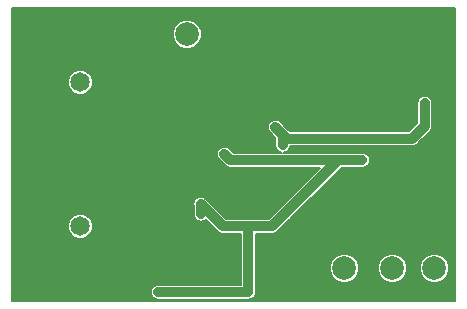
<source format=gbl>
G04 #@! TF.GenerationSoftware,KiCad,Pcbnew,5.0.2-bee76a0~70~ubuntu18.04.1*
G04 #@! TF.CreationDate,2019-03-03T20:31:20-05:00*
G04 #@! TF.ProjectId,agc,6167632e-6b69-4636-9164-5f7063625858,rev?*
G04 #@! TF.SameCoordinates,Original*
G04 #@! TF.FileFunction,Copper,L2,Bot*
G04 #@! TF.FilePolarity,Positive*
%FSLAX46Y46*%
G04 Gerber Fmt 4.6, Leading zero omitted, Abs format (unit mm)*
G04 Created by KiCad (PCBNEW 5.0.2-bee76a0~70~ubuntu18.04.1) date Sun 03 Mar 2019 08:31:20 PM EST*
%MOMM*%
%LPD*%
G01*
G04 APERTURE LIST*
G04 #@! TA.AperFunction,ComponentPad*
%ADD10C,1.650000*%
G04 #@! TD*
G04 #@! TA.AperFunction,ComponentPad*
%ADD11C,2.400000*%
G04 #@! TD*
G04 #@! TA.AperFunction,ComponentPad*
%ADD12C,1.998980*%
G04 #@! TD*
G04 #@! TA.AperFunction,ViaPad*
%ADD13C,0.685800*%
G04 #@! TD*
G04 #@! TA.AperFunction,Conductor*
%ADD14C,0.812800*%
G04 #@! TD*
G04 #@! TA.AperFunction,Conductor*
%ADD15C,0.152400*%
G04 #@! TD*
G04 APERTURE END LIST*
D10*
G04 #@! TO.P,J1,1*
G04 #@! TO.N,Net-(C6-Pad2)*
X78740000Y-143764000D03*
D11*
G04 #@! TO.P,J1,2*
G04 #@! TO.N,GND*
X75610000Y-140634000D03*
G04 #@! TO.P,J1,3*
X81870000Y-140634000D03*
G04 #@! TO.P,J1,4*
X81870000Y-146894000D03*
G04 #@! TO.P,J1,5*
X75610000Y-146894000D03*
G04 #@! TD*
G04 #@! TO.P,J2,5*
G04 #@! TO.N,GND*
X81870000Y-128442000D03*
G04 #@! TO.P,J2,4*
X75610000Y-128442000D03*
G04 #@! TO.P,J2,3*
X75610000Y-134702000D03*
G04 #@! TO.P,J2,2*
X81870000Y-134702000D03*
D10*
G04 #@! TO.P,J2,1*
G04 #@! TO.N,Net-(J2-Pad1)*
X78740000Y-131572000D03*
G04 #@! TD*
D12*
G04 #@! TO.P,GND,1*
G04 #@! TO.N,GND*
X84836000Y-127508000D03*
G04 #@! TD*
G04 #@! TO.P,VDD,1*
G04 #@! TO.N,VDD*
X87777702Y-127508000D03*
G04 #@! TD*
G04 #@! TO.P,~SYNC,1*
G04 #@! TO.N,Net-(J5-Pad1)*
X101092000Y-147320000D03*
G04 #@! TD*
G04 #@! TO.P,SCLK,1*
G04 #@! TO.N,Net-(J6-Pad1)*
X105156000Y-147320000D03*
G04 #@! TD*
G04 #@! TO.P,Din,1*
G04 #@! TO.N,Net-(J7-Pad1)*
X108712000Y-147320000D03*
G04 #@! TD*
D13*
G04 #@! TO.N,GND*
X97790000Y-142494000D03*
X102362000Y-130810000D03*
X85852000Y-131064000D03*
X86614000Y-136144000D03*
X94996000Y-133350000D03*
X91694000Y-127254000D03*
X92202000Y-128016000D03*
X94742000Y-127254000D03*
X105918000Y-129032000D03*
X102108000Y-129032000D03*
X102108000Y-135128000D03*
X104648000Y-135128000D03*
X105664000Y-135128000D03*
X102062000Y-134112000D03*
X80010000Y-142748000D03*
X81026000Y-142748000D03*
X82042000Y-142748000D03*
X83058000Y-142748000D03*
X84074000Y-142748000D03*
X85090000Y-142748000D03*
X80010000Y-144780000D03*
X81026000Y-144780000D03*
X82042000Y-144780000D03*
X83058000Y-144780000D03*
X84074000Y-144780000D03*
X85344000Y-145796000D03*
X86360000Y-145796000D03*
X87630000Y-145796000D03*
X88646000Y-145288000D03*
X89662000Y-145288000D03*
X85852000Y-141986000D03*
X90678000Y-141224000D03*
X85852000Y-140970000D03*
X84836000Y-140970000D03*
X83820000Y-140716000D03*
X82550000Y-136398000D03*
X83312000Y-137160000D03*
X84074000Y-137922000D03*
X84836000Y-138684000D03*
X85852000Y-138684000D03*
X86868000Y-138684000D03*
X87884000Y-138684000D03*
X88900000Y-138684000D03*
X89916000Y-138684000D03*
X81788000Y-138684000D03*
X81026000Y-137922000D03*
X80264000Y-137160000D03*
X79502000Y-136398000D03*
X78740000Y-135636000D03*
X77978000Y-135128000D03*
X77724000Y-134112000D03*
X77724000Y-133096000D03*
X80010000Y-133858000D03*
X79756000Y-132842000D03*
X102616000Y-128270000D03*
X102616000Y-129794000D03*
X105664000Y-128270000D03*
X105410000Y-129794000D03*
X94234000Y-126492000D03*
X93980000Y-128016000D03*
X92202000Y-126492000D03*
X96012000Y-129794000D03*
X96012000Y-130556000D03*
X94996000Y-132334000D03*
X87122000Y-135382000D03*
X87122000Y-136906000D03*
X85344000Y-130302000D03*
X85344000Y-131826000D03*
X99060000Y-143002000D03*
X101092000Y-143256000D03*
X95504000Y-140208000D03*
X96774000Y-139700000D03*
X100076000Y-143256000D03*
X103378000Y-130556000D03*
X103124000Y-131572000D03*
X97028000Y-145034000D03*
X98044000Y-145542000D03*
X99314000Y-145542000D03*
X100330000Y-145542000D03*
X101346000Y-145542000D03*
X98552000Y-141986000D03*
X73660000Y-136144000D03*
X74676000Y-136906000D03*
X75946000Y-137668000D03*
X74676000Y-138430000D03*
X73660000Y-138938000D03*
X73660000Y-137668000D03*
X97536000Y-129794000D03*
X97536000Y-131318000D03*
X97536000Y-132842000D03*
X97536000Y-134366000D03*
X100076000Y-126238000D03*
X101854000Y-126238000D03*
X103632000Y-126238000D03*
X105410000Y-126238000D03*
X108204000Y-126238000D03*
X109728000Y-127254000D03*
X109728000Y-129032000D03*
X109728000Y-130302000D03*
X109728000Y-131826000D03*
X109728000Y-133350000D03*
X109728000Y-134620000D03*
X109728000Y-136144000D03*
X109728000Y-142240000D03*
X109728000Y-144018000D03*
X109982000Y-145796000D03*
X109728000Y-149352000D03*
X106934000Y-149352000D03*
X104648000Y-149352000D03*
X103124000Y-149352000D03*
X101092000Y-149352000D03*
X98806000Y-149352000D03*
X97028000Y-149098000D03*
X95250000Y-149098000D03*
X99314000Y-147574000D03*
X103124000Y-147320000D03*
X105918000Y-145542000D03*
X107442000Y-141732000D03*
X106426000Y-141732000D03*
X103886000Y-141224000D03*
X88900000Y-131572000D03*
X90424000Y-131572000D03*
X91186000Y-133604000D03*
X93218000Y-136144000D03*
X84836000Y-134874000D03*
X82042000Y-131572000D03*
X78740000Y-128270000D03*
X75184000Y-131318000D03*
X81280000Y-125984000D03*
X78486000Y-125730000D03*
X74168000Y-125984000D03*
G04 #@! TO.N,VCOM*
X85344000Y-149352000D03*
X89408000Y-149352000D03*
X92964000Y-149352000D03*
X86360000Y-149352000D03*
X88392000Y-149352000D03*
X91948000Y-149352000D03*
G04 #@! TO.N,+5V*
X107899200Y-134188200D03*
X95859600Y-135991600D03*
X107899200Y-133350000D03*
X95859600Y-136906000D03*
X95250000Y-135382000D03*
G04 #@! TO.N,VCOM*
X102616000Y-138176000D03*
X90932000Y-137668000D03*
X88923100Y-141909800D03*
X88961300Y-142748000D03*
X91694000Y-138176000D03*
X101854000Y-138176000D03*
G04 #@! TD*
D14*
G04 #@! TO.N,+5V*
X95250000Y-135382000D02*
X95859600Y-135991600D01*
X95859600Y-135991600D02*
X95859600Y-136906000D01*
X107899200Y-134188200D02*
X107899200Y-133350000D01*
X96202499Y-136334499D02*
X95859600Y-135991600D01*
X107899200Y-135280400D02*
X106845101Y-136334499D01*
X106845101Y-136334499D02*
X96202499Y-136334499D01*
X107899200Y-134188200D02*
X107899200Y-135280400D01*
G04 #@! TO.N,VCOM*
X91440000Y-138176000D02*
X90932000Y-137668000D01*
X102616000Y-138176000D02*
X101854000Y-138176000D01*
X102616000Y-138176000D02*
X100584000Y-138176000D01*
X100584000Y-138176000D02*
X96012000Y-142748000D01*
X90777300Y-143764000D02*
X88923100Y-141909800D01*
X92964000Y-143764000D02*
X92964000Y-149352000D01*
X92964000Y-143764000D02*
X90777300Y-143764000D01*
X94996000Y-143764000D02*
X92964000Y-143764000D01*
X92964000Y-149352000D02*
X85344000Y-149352000D01*
X101854000Y-138176000D02*
X91440000Y-138176000D01*
X88961300Y-141948000D02*
X88923100Y-141909800D01*
X88961300Y-142748000D02*
X88961300Y-141948000D01*
X96012000Y-142748000D02*
X94996000Y-143764000D01*
G04 #@! TD*
D15*
G04 #@! TO.N,GND*
G36*
X110440400Y-150064400D02*
X72947600Y-150064400D01*
X72947600Y-149352000D01*
X84696560Y-149352000D01*
X84745843Y-149599765D01*
X84886191Y-149809809D01*
X85096235Y-149950157D01*
X85281459Y-149987000D01*
X92901459Y-149987000D01*
X92964000Y-149999440D01*
X93211765Y-149950157D01*
X93421809Y-149809809D01*
X93562157Y-149599765D01*
X93599000Y-149414541D01*
X93611440Y-149352000D01*
X93599000Y-149289459D01*
X93599000Y-147075718D01*
X99863910Y-147075718D01*
X99863910Y-147564282D01*
X100050875Y-148015657D01*
X100396343Y-148361125D01*
X100847718Y-148548090D01*
X101336282Y-148548090D01*
X101787657Y-148361125D01*
X102133125Y-148015657D01*
X102320090Y-147564282D01*
X102320090Y-147075718D01*
X103927910Y-147075718D01*
X103927910Y-147564282D01*
X104114875Y-148015657D01*
X104460343Y-148361125D01*
X104911718Y-148548090D01*
X105400282Y-148548090D01*
X105851657Y-148361125D01*
X106197125Y-148015657D01*
X106384090Y-147564282D01*
X106384090Y-147075718D01*
X107483910Y-147075718D01*
X107483910Y-147564282D01*
X107670875Y-148015657D01*
X108016343Y-148361125D01*
X108467718Y-148548090D01*
X108956282Y-148548090D01*
X109407657Y-148361125D01*
X109753125Y-148015657D01*
X109940090Y-147564282D01*
X109940090Y-147075718D01*
X109753125Y-146624343D01*
X109407657Y-146278875D01*
X108956282Y-146091910D01*
X108467718Y-146091910D01*
X108016343Y-146278875D01*
X107670875Y-146624343D01*
X107483910Y-147075718D01*
X106384090Y-147075718D01*
X106197125Y-146624343D01*
X105851657Y-146278875D01*
X105400282Y-146091910D01*
X104911718Y-146091910D01*
X104460343Y-146278875D01*
X104114875Y-146624343D01*
X103927910Y-147075718D01*
X102320090Y-147075718D01*
X102133125Y-146624343D01*
X101787657Y-146278875D01*
X101336282Y-146091910D01*
X100847718Y-146091910D01*
X100396343Y-146278875D01*
X100050875Y-146624343D01*
X99863910Y-147075718D01*
X93599000Y-147075718D01*
X93599000Y-144399000D01*
X94933463Y-144399000D01*
X94996000Y-144411439D01*
X95058537Y-144399000D01*
X95058541Y-144399000D01*
X95243765Y-144362157D01*
X95453809Y-144221809D01*
X95489238Y-144168786D01*
X96505235Y-143152790D01*
X96505237Y-143152787D01*
X100847025Y-138811000D01*
X102678541Y-138811000D01*
X102863765Y-138774157D01*
X103073809Y-138633809D01*
X103214157Y-138423765D01*
X103263440Y-138176000D01*
X103214157Y-137928235D01*
X103073809Y-137718191D01*
X102863765Y-137577843D01*
X102678541Y-137541000D01*
X100646535Y-137541000D01*
X100583999Y-137528561D01*
X100521464Y-137541000D01*
X95922141Y-137541000D01*
X96107365Y-137504157D01*
X96317409Y-137363809D01*
X96457757Y-137153765D01*
X96494409Y-136969499D01*
X106782564Y-136969499D01*
X106845101Y-136981938D01*
X106907638Y-136969499D01*
X106907642Y-136969499D01*
X107092866Y-136932656D01*
X107302910Y-136792308D01*
X107338339Y-136739285D01*
X108303988Y-135773636D01*
X108357009Y-135738209D01*
X108497357Y-135528165D01*
X108534200Y-135342941D01*
X108534200Y-135342938D01*
X108546639Y-135280401D01*
X108534200Y-135217864D01*
X108534200Y-133287459D01*
X108497357Y-133102235D01*
X108357009Y-132892191D01*
X108146965Y-132751843D01*
X107899200Y-132702560D01*
X107651436Y-132751843D01*
X107441392Y-132892191D01*
X107301044Y-133102235D01*
X107264200Y-133287459D01*
X107264200Y-134125660D01*
X107264201Y-135017374D01*
X106582077Y-135699499D01*
X96465523Y-135699499D01*
X96352840Y-135586816D01*
X96352836Y-135586810D01*
X96352834Y-135586808D01*
X96317409Y-135533791D01*
X96264391Y-135498366D01*
X95654789Y-134888765D01*
X95497764Y-134783843D01*
X95250000Y-134734561D01*
X95002236Y-134783843D01*
X94792191Y-134924191D01*
X94651843Y-135134236D01*
X94602561Y-135382000D01*
X94651843Y-135629764D01*
X94756765Y-135786789D01*
X95224600Y-136254626D01*
X95224601Y-136968541D01*
X95261444Y-137153765D01*
X95401792Y-137363809D01*
X95611836Y-137504157D01*
X95797059Y-137541000D01*
X91703025Y-137541000D01*
X91336789Y-137174765D01*
X91179764Y-137069843D01*
X90932000Y-137020561D01*
X90684236Y-137069843D01*
X90474191Y-137210191D01*
X90333843Y-137420236D01*
X90284561Y-137668000D01*
X90333843Y-137915764D01*
X90438765Y-138072789D01*
X90946763Y-138580788D01*
X90982191Y-138633809D01*
X91192235Y-138774157D01*
X91377459Y-138811000D01*
X91377464Y-138811000D01*
X91439999Y-138823439D01*
X91502535Y-138811000D01*
X99050975Y-138811000D01*
X95607213Y-142254763D01*
X95607210Y-142254765D01*
X94732976Y-143129000D01*
X93026541Y-143129000D01*
X92964000Y-143116560D01*
X92901459Y-143129000D01*
X91040326Y-143129000D01*
X89454538Y-141543214D01*
X89419109Y-141490191D01*
X89366087Y-141454762D01*
X89327889Y-141416565D01*
X89170864Y-141311643D01*
X88923100Y-141262361D01*
X88675336Y-141311643D01*
X88465291Y-141451991D01*
X88324943Y-141662036D01*
X88275661Y-141909800D01*
X88324943Y-142157564D01*
X88326300Y-142159595D01*
X88326300Y-142810540D01*
X88363143Y-142995764D01*
X88503491Y-143205809D01*
X88713535Y-143346157D01*
X88961300Y-143395440D01*
X89209064Y-143346157D01*
X89360347Y-143245072D01*
X90284066Y-144168791D01*
X90319491Y-144221809D01*
X90372508Y-144257234D01*
X90372510Y-144257236D01*
X90527528Y-144360816D01*
X90529535Y-144362157D01*
X90714759Y-144399000D01*
X90714763Y-144399000D01*
X90777300Y-144411439D01*
X90839837Y-144399000D01*
X92329000Y-144399000D01*
X92329001Y-148717000D01*
X85281459Y-148717000D01*
X85096235Y-148753843D01*
X84886191Y-148894191D01*
X84745843Y-149104235D01*
X84696560Y-149352000D01*
X72947600Y-149352000D01*
X72947600Y-143554426D01*
X77686400Y-143554426D01*
X77686400Y-143973574D01*
X77846801Y-144360816D01*
X78143184Y-144657199D01*
X78530426Y-144817600D01*
X78949574Y-144817600D01*
X79336816Y-144657199D01*
X79633199Y-144360816D01*
X79793600Y-143973574D01*
X79793600Y-143554426D01*
X79633199Y-143167184D01*
X79336816Y-142870801D01*
X78949574Y-142710400D01*
X78530426Y-142710400D01*
X78143184Y-142870801D01*
X77846801Y-143167184D01*
X77686400Y-143554426D01*
X72947600Y-143554426D01*
X72947600Y-131362426D01*
X77686400Y-131362426D01*
X77686400Y-131781574D01*
X77846801Y-132168816D01*
X78143184Y-132465199D01*
X78530426Y-132625600D01*
X78949574Y-132625600D01*
X79336816Y-132465199D01*
X79633199Y-132168816D01*
X79793600Y-131781574D01*
X79793600Y-131362426D01*
X79633199Y-130975184D01*
X79336816Y-130678801D01*
X78949574Y-130518400D01*
X78530426Y-130518400D01*
X78143184Y-130678801D01*
X77846801Y-130975184D01*
X77686400Y-131362426D01*
X72947600Y-131362426D01*
X72947600Y-127263718D01*
X86549612Y-127263718D01*
X86549612Y-127752282D01*
X86736577Y-128203657D01*
X87082045Y-128549125D01*
X87533420Y-128736090D01*
X88021984Y-128736090D01*
X88473359Y-128549125D01*
X88818827Y-128203657D01*
X89005792Y-127752282D01*
X89005792Y-127263718D01*
X88818827Y-126812343D01*
X88473359Y-126466875D01*
X88021984Y-126279910D01*
X87533420Y-126279910D01*
X87082045Y-126466875D01*
X86736577Y-126812343D01*
X86549612Y-127263718D01*
X72947600Y-127263718D01*
X72947600Y-125271600D01*
X110440401Y-125271600D01*
X110440400Y-150064400D01*
X110440400Y-150064400D01*
G37*
X110440400Y-150064400D02*
X72947600Y-150064400D01*
X72947600Y-149352000D01*
X84696560Y-149352000D01*
X84745843Y-149599765D01*
X84886191Y-149809809D01*
X85096235Y-149950157D01*
X85281459Y-149987000D01*
X92901459Y-149987000D01*
X92964000Y-149999440D01*
X93211765Y-149950157D01*
X93421809Y-149809809D01*
X93562157Y-149599765D01*
X93599000Y-149414541D01*
X93611440Y-149352000D01*
X93599000Y-149289459D01*
X93599000Y-147075718D01*
X99863910Y-147075718D01*
X99863910Y-147564282D01*
X100050875Y-148015657D01*
X100396343Y-148361125D01*
X100847718Y-148548090D01*
X101336282Y-148548090D01*
X101787657Y-148361125D01*
X102133125Y-148015657D01*
X102320090Y-147564282D01*
X102320090Y-147075718D01*
X103927910Y-147075718D01*
X103927910Y-147564282D01*
X104114875Y-148015657D01*
X104460343Y-148361125D01*
X104911718Y-148548090D01*
X105400282Y-148548090D01*
X105851657Y-148361125D01*
X106197125Y-148015657D01*
X106384090Y-147564282D01*
X106384090Y-147075718D01*
X107483910Y-147075718D01*
X107483910Y-147564282D01*
X107670875Y-148015657D01*
X108016343Y-148361125D01*
X108467718Y-148548090D01*
X108956282Y-148548090D01*
X109407657Y-148361125D01*
X109753125Y-148015657D01*
X109940090Y-147564282D01*
X109940090Y-147075718D01*
X109753125Y-146624343D01*
X109407657Y-146278875D01*
X108956282Y-146091910D01*
X108467718Y-146091910D01*
X108016343Y-146278875D01*
X107670875Y-146624343D01*
X107483910Y-147075718D01*
X106384090Y-147075718D01*
X106197125Y-146624343D01*
X105851657Y-146278875D01*
X105400282Y-146091910D01*
X104911718Y-146091910D01*
X104460343Y-146278875D01*
X104114875Y-146624343D01*
X103927910Y-147075718D01*
X102320090Y-147075718D01*
X102133125Y-146624343D01*
X101787657Y-146278875D01*
X101336282Y-146091910D01*
X100847718Y-146091910D01*
X100396343Y-146278875D01*
X100050875Y-146624343D01*
X99863910Y-147075718D01*
X93599000Y-147075718D01*
X93599000Y-144399000D01*
X94933463Y-144399000D01*
X94996000Y-144411439D01*
X95058537Y-144399000D01*
X95058541Y-144399000D01*
X95243765Y-144362157D01*
X95453809Y-144221809D01*
X95489238Y-144168786D01*
X96505235Y-143152790D01*
X96505237Y-143152787D01*
X100847025Y-138811000D01*
X102678541Y-138811000D01*
X102863765Y-138774157D01*
X103073809Y-138633809D01*
X103214157Y-138423765D01*
X103263440Y-138176000D01*
X103214157Y-137928235D01*
X103073809Y-137718191D01*
X102863765Y-137577843D01*
X102678541Y-137541000D01*
X100646535Y-137541000D01*
X100583999Y-137528561D01*
X100521464Y-137541000D01*
X95922141Y-137541000D01*
X96107365Y-137504157D01*
X96317409Y-137363809D01*
X96457757Y-137153765D01*
X96494409Y-136969499D01*
X106782564Y-136969499D01*
X106845101Y-136981938D01*
X106907638Y-136969499D01*
X106907642Y-136969499D01*
X107092866Y-136932656D01*
X107302910Y-136792308D01*
X107338339Y-136739285D01*
X108303988Y-135773636D01*
X108357009Y-135738209D01*
X108497357Y-135528165D01*
X108534200Y-135342941D01*
X108534200Y-135342938D01*
X108546639Y-135280401D01*
X108534200Y-135217864D01*
X108534200Y-133287459D01*
X108497357Y-133102235D01*
X108357009Y-132892191D01*
X108146965Y-132751843D01*
X107899200Y-132702560D01*
X107651436Y-132751843D01*
X107441392Y-132892191D01*
X107301044Y-133102235D01*
X107264200Y-133287459D01*
X107264200Y-134125660D01*
X107264201Y-135017374D01*
X106582077Y-135699499D01*
X96465523Y-135699499D01*
X96352840Y-135586816D01*
X96352836Y-135586810D01*
X96352834Y-135586808D01*
X96317409Y-135533791D01*
X96264391Y-135498366D01*
X95654789Y-134888765D01*
X95497764Y-134783843D01*
X95250000Y-134734561D01*
X95002236Y-134783843D01*
X94792191Y-134924191D01*
X94651843Y-135134236D01*
X94602561Y-135382000D01*
X94651843Y-135629764D01*
X94756765Y-135786789D01*
X95224600Y-136254626D01*
X95224601Y-136968541D01*
X95261444Y-137153765D01*
X95401792Y-137363809D01*
X95611836Y-137504157D01*
X95797059Y-137541000D01*
X91703025Y-137541000D01*
X91336789Y-137174765D01*
X91179764Y-137069843D01*
X90932000Y-137020561D01*
X90684236Y-137069843D01*
X90474191Y-137210191D01*
X90333843Y-137420236D01*
X90284561Y-137668000D01*
X90333843Y-137915764D01*
X90438765Y-138072789D01*
X90946763Y-138580788D01*
X90982191Y-138633809D01*
X91192235Y-138774157D01*
X91377459Y-138811000D01*
X91377464Y-138811000D01*
X91439999Y-138823439D01*
X91502535Y-138811000D01*
X99050975Y-138811000D01*
X95607213Y-142254763D01*
X95607210Y-142254765D01*
X94732976Y-143129000D01*
X93026541Y-143129000D01*
X92964000Y-143116560D01*
X92901459Y-143129000D01*
X91040326Y-143129000D01*
X89454538Y-141543214D01*
X89419109Y-141490191D01*
X89366087Y-141454762D01*
X89327889Y-141416565D01*
X89170864Y-141311643D01*
X88923100Y-141262361D01*
X88675336Y-141311643D01*
X88465291Y-141451991D01*
X88324943Y-141662036D01*
X88275661Y-141909800D01*
X88324943Y-142157564D01*
X88326300Y-142159595D01*
X88326300Y-142810540D01*
X88363143Y-142995764D01*
X88503491Y-143205809D01*
X88713535Y-143346157D01*
X88961300Y-143395440D01*
X89209064Y-143346157D01*
X89360347Y-143245072D01*
X90284066Y-144168791D01*
X90319491Y-144221809D01*
X90372508Y-144257234D01*
X90372510Y-144257236D01*
X90527528Y-144360816D01*
X90529535Y-144362157D01*
X90714759Y-144399000D01*
X90714763Y-144399000D01*
X90777300Y-144411439D01*
X90839837Y-144399000D01*
X92329000Y-144399000D01*
X92329001Y-148717000D01*
X85281459Y-148717000D01*
X85096235Y-148753843D01*
X84886191Y-148894191D01*
X84745843Y-149104235D01*
X84696560Y-149352000D01*
X72947600Y-149352000D01*
X72947600Y-143554426D01*
X77686400Y-143554426D01*
X77686400Y-143973574D01*
X77846801Y-144360816D01*
X78143184Y-144657199D01*
X78530426Y-144817600D01*
X78949574Y-144817600D01*
X79336816Y-144657199D01*
X79633199Y-144360816D01*
X79793600Y-143973574D01*
X79793600Y-143554426D01*
X79633199Y-143167184D01*
X79336816Y-142870801D01*
X78949574Y-142710400D01*
X78530426Y-142710400D01*
X78143184Y-142870801D01*
X77846801Y-143167184D01*
X77686400Y-143554426D01*
X72947600Y-143554426D01*
X72947600Y-131362426D01*
X77686400Y-131362426D01*
X77686400Y-131781574D01*
X77846801Y-132168816D01*
X78143184Y-132465199D01*
X78530426Y-132625600D01*
X78949574Y-132625600D01*
X79336816Y-132465199D01*
X79633199Y-132168816D01*
X79793600Y-131781574D01*
X79793600Y-131362426D01*
X79633199Y-130975184D01*
X79336816Y-130678801D01*
X78949574Y-130518400D01*
X78530426Y-130518400D01*
X78143184Y-130678801D01*
X77846801Y-130975184D01*
X77686400Y-131362426D01*
X72947600Y-131362426D01*
X72947600Y-127263718D01*
X86549612Y-127263718D01*
X86549612Y-127752282D01*
X86736577Y-128203657D01*
X87082045Y-128549125D01*
X87533420Y-128736090D01*
X88021984Y-128736090D01*
X88473359Y-128549125D01*
X88818827Y-128203657D01*
X89005792Y-127752282D01*
X89005792Y-127263718D01*
X88818827Y-126812343D01*
X88473359Y-126466875D01*
X88021984Y-126279910D01*
X87533420Y-126279910D01*
X87082045Y-126466875D01*
X86736577Y-126812343D01*
X86549612Y-127263718D01*
X72947600Y-127263718D01*
X72947600Y-125271600D01*
X110440401Y-125271600D01*
X110440400Y-150064400D01*
G04 #@! TD*
M02*

</source>
